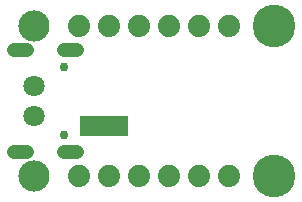
<source format=gbr>
G04 EAGLE Gerber RS-274X export*
G75*
%MOMM*%
%FSLAX34Y34*%
%LPD*%
%INSoldermask Bottom*%
%IPPOS*%
%AMOC8*
5,1,8,0,0,1.08239X$1,22.5*%
G01*
%ADD10C,2.641600*%
%ADD11C,3.617600*%
%ADD12C,1.801600*%
%ADD13C,1.209600*%
%ADD14C,0.751600*%
%ADD15R,4.165600X1.778000*%
%ADD16C,1.879600*%


D10*
X25400Y152400D03*
X25400Y25400D03*
D11*
X228600Y25400D03*
X228600Y152400D03*
D12*
X25400Y76200D03*
X25400Y101600D03*
D13*
X20110Y132100D02*
X9030Y132100D01*
X9030Y45700D02*
X20110Y45700D01*
X50830Y45700D02*
X61910Y45700D01*
X61910Y132100D02*
X50830Y132100D01*
D14*
X51370Y60000D03*
X51370Y117800D03*
D15*
X85090Y67310D03*
D16*
X63500Y152400D03*
X88900Y152400D03*
X114300Y152400D03*
X139700Y152400D03*
X165100Y152400D03*
X190500Y152400D03*
X63500Y25400D03*
X88900Y25400D03*
X114300Y25400D03*
X139700Y25400D03*
X165100Y25400D03*
X190500Y25400D03*
M02*

</source>
